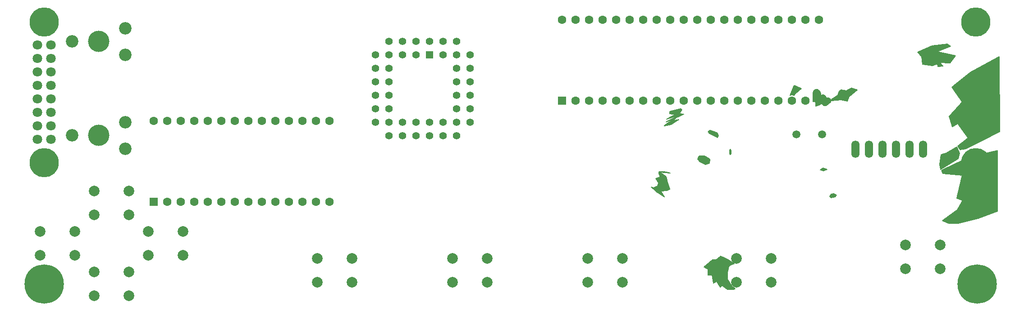
<source format=gbr>
%TF.GenerationSoftware,KiCad,Pcbnew,9.0.0*%
%TF.CreationDate,2025-03-31T18:37:57+02:00*%
%TF.ProjectId,servicetastatur,73657276-6963-4657-9461-737461747572,rev?*%
%TF.SameCoordinates,Original*%
%TF.FileFunction,Soldermask,Bot*%
%TF.FilePolarity,Negative*%
%FSLAX46Y46*%
G04 Gerber Fmt 4.6, Leading zero omitted, Abs format (unit mm)*
G04 Created by KiCad (PCBNEW 9.0.0) date 2025-03-31 18:37:57*
%MOMM*%
%LPD*%
G01*
G04 APERTURE LIST*
G04 Aperture macros list*
%AMRoundRect*
0 Rectangle with rounded corners*
0 $1 Rounding radius*
0 $2 $3 $4 $5 $6 $7 $8 $9 X,Y pos of 4 corners*
0 Add a 4 corners polygon primitive as box body*
4,1,4,$2,$3,$4,$5,$6,$7,$8,$9,$2,$3,0*
0 Add four circle primitives for the rounded corners*
1,1,$1+$1,$2,$3*
1,1,$1+$1,$4,$5*
1,1,$1+$1,$6,$7*
1,1,$1+$1,$8,$9*
0 Add four rect primitives between the rounded corners*
20,1,$1+$1,$2,$3,$4,$5,0*
20,1,$1+$1,$4,$5,$6,$7,0*
20,1,$1+$1,$6,$7,$8,$9,0*
20,1,$1+$1,$8,$9,$2,$3,0*%
G04 Aperture macros list end*
%ADD10C,0.150000*%
%ADD11C,2.000000*%
%ADD12C,1.500000*%
%ADD13RoundRect,0.250000X0.550000X-0.550000X0.550000X0.550000X-0.550000X0.550000X-0.550000X-0.550000X0*%
%ADD14C,1.600000*%
%ADD15O,1.524000X3.250000*%
%ADD16C,4.000000*%
%ADD17C,2.340000*%
%ADD18R,1.422400X1.422400*%
%ADD19C,1.422400*%
%ADD20C,7.400000*%
%ADD21C,1.800000*%
%ADD22C,5.500000*%
G04 APERTURE END LIST*
D10*
X146812000Y-48514000D02*
X146812000Y-49149000D01*
X146685000Y-49276000D01*
X146558000Y-49022000D01*
X146558000Y-48514000D01*
X146685000Y-48260000D01*
X146812000Y-48514000D01*
G36*
X146812000Y-48514000D02*
G01*
X146812000Y-49149000D01*
X146685000Y-49276000D01*
X146558000Y-49022000D01*
X146558000Y-48514000D01*
X146685000Y-48260000D01*
X146812000Y-48514000D01*
G37*
X146304000Y-69088000D02*
X147447000Y-69900800D01*
X146862800Y-70002400D01*
X146431000Y-70408800D01*
X146177000Y-71501000D01*
X146177000Y-72771000D01*
X147015200Y-74117200D01*
X147574000Y-74523600D01*
X147320000Y-74676000D01*
X146177000Y-74676000D01*
X145161000Y-73914000D01*
X144780000Y-74295000D01*
X144145000Y-73152000D01*
X143510000Y-73533000D01*
X143256000Y-72009000D01*
X142494000Y-72009000D01*
X142494000Y-70866000D01*
X141732000Y-70485000D01*
X143383000Y-69088000D01*
X144018000Y-69088000D01*
X144907000Y-68453000D01*
X146304000Y-69088000D01*
G36*
X146304000Y-69088000D02*
G01*
X147447000Y-69900800D01*
X146862800Y-70002400D01*
X146431000Y-70408800D01*
X146177000Y-71501000D01*
X146177000Y-72771000D01*
X147015200Y-74117200D01*
X147574000Y-74523600D01*
X147320000Y-74676000D01*
X146177000Y-74676000D01*
X145161000Y-73914000D01*
X144780000Y-74295000D01*
X144145000Y-73152000D01*
X143510000Y-73533000D01*
X143256000Y-72009000D01*
X142494000Y-72009000D01*
X142494000Y-70866000D01*
X141732000Y-70485000D01*
X143383000Y-69088000D01*
X144018000Y-69088000D01*
X144907000Y-68453000D01*
X146304000Y-69088000D01*
G37*
X189738000Y-49022000D02*
X189484000Y-50038000D01*
X186182000Y-52070000D01*
X186055000Y-51181000D01*
X186309000Y-49276000D01*
X187198000Y-49022000D01*
X189230000Y-47879000D01*
X189738000Y-49022000D01*
G36*
X189738000Y-49022000D02*
G01*
X189484000Y-50038000D01*
X186182000Y-52070000D01*
X186055000Y-51181000D01*
X186309000Y-49276000D01*
X187198000Y-49022000D01*
X189230000Y-47879000D01*
X189738000Y-49022000D01*
G37*
X160020000Y-36830000D02*
X158902400Y-37795200D01*
X158699200Y-38150800D01*
X158292800Y-37998400D01*
X157937200Y-38100000D01*
X158242000Y-37266008D01*
X158699200Y-36271200D01*
X160020000Y-36830000D01*
G36*
X160020000Y-36830000D02*
G01*
X158902400Y-37795200D01*
X158699200Y-38150800D01*
X158292800Y-37998400D01*
X157937200Y-38100000D01*
X158242000Y-37266008D01*
X158699200Y-36271200D01*
X160020000Y-36830000D01*
G37*
X166624000Y-56896000D02*
X166370000Y-57277000D01*
X165608000Y-57404000D01*
X165354000Y-57150000D01*
X165608000Y-56769000D01*
X166116000Y-56642000D01*
X166624000Y-56896000D01*
G36*
X166624000Y-56896000D02*
G01*
X166370000Y-57277000D01*
X165608000Y-57404000D01*
X165354000Y-57150000D01*
X165608000Y-56769000D01*
X166116000Y-56642000D01*
X166624000Y-56896000D01*
G37*
X197256400Y-45008800D02*
X190906400Y-48209200D01*
X189839600Y-48361600D01*
X189433200Y-47650400D01*
X191389594Y-46156792D01*
X189400453Y-43437460D01*
X188391800Y-44018200D01*
X187782200Y-42113200D01*
X190296800Y-39370000D01*
X188290200Y-36601400D01*
X191820800Y-33782000D01*
X197231000Y-30861000D01*
X197256400Y-45008800D01*
G36*
X197256400Y-45008800D02*
G01*
X190906400Y-48209200D01*
X189839600Y-48361600D01*
X189433200Y-47650400D01*
X191389594Y-46156792D01*
X189400453Y-43437460D01*
X188391800Y-44018200D01*
X187782200Y-42113200D01*
X190296800Y-39370000D01*
X188290200Y-36601400D01*
X191820800Y-33782000D01*
X197231000Y-30861000D01*
X197256400Y-45008800D01*
G37*
X164846000Y-52070000D02*
X164211000Y-52324000D01*
X163576000Y-52197000D01*
X164084000Y-51816000D01*
X164846000Y-52070000D01*
G36*
X164846000Y-52070000D02*
G01*
X164211000Y-52324000D01*
X163576000Y-52197000D01*
X164084000Y-51816000D01*
X164846000Y-52070000D01*
G37*
X188087000Y-28879800D02*
X185521600Y-29921200D01*
X188950600Y-30683200D01*
X187937140Y-31986220D01*
X186029600Y-31902400D01*
X186626500Y-32613600D01*
X185724800Y-32715200D01*
X185623200Y-32156400D01*
X184683400Y-32537400D01*
X182803800Y-32232600D01*
X182626000Y-30810200D01*
X181914800Y-29972000D01*
X184556400Y-28829000D01*
X187426600Y-28448000D01*
X188087000Y-28879800D01*
G36*
X188087000Y-28879800D02*
G01*
X185521600Y-29921200D01*
X188950600Y-30683200D01*
X187937140Y-31986220D01*
X186029600Y-31902400D01*
X186626500Y-32613600D01*
X185724800Y-32715200D01*
X185623200Y-32156400D01*
X184683400Y-32537400D01*
X182803800Y-32232600D01*
X182626000Y-30810200D01*
X181914800Y-29972000D01*
X184556400Y-28829000D01*
X187426600Y-28448000D01*
X188087000Y-28879800D01*
G37*
X196850000Y-59918600D02*
X193217800Y-61341000D01*
X189534800Y-62230000D01*
X187756800Y-62280800D01*
X186537600Y-61696600D01*
X189357000Y-59664600D01*
X190347600Y-57912000D01*
X189280800Y-57531000D01*
X190296800Y-53187600D01*
X186588400Y-52857400D01*
X186385200Y-52273200D01*
X191516000Y-49784000D01*
X196824600Y-48488600D01*
X196850000Y-59918600D01*
G36*
X196850000Y-59918600D02*
G01*
X193217800Y-61341000D01*
X189534800Y-62230000D01*
X187756800Y-62280800D01*
X186537600Y-61696600D01*
X189357000Y-59664600D01*
X190347600Y-57912000D01*
X189280800Y-57531000D01*
X190296800Y-53187600D01*
X186588400Y-52857400D01*
X186385200Y-52273200D01*
X191516000Y-49784000D01*
X196824600Y-48488600D01*
X196850000Y-59918600D01*
G37*
X163525200Y-37338000D02*
X163677600Y-37744400D01*
X163677600Y-38100000D01*
X164185600Y-37998400D01*
X164642800Y-38303200D01*
X164693600Y-38658800D01*
X165201600Y-38608000D01*
X165557200Y-38892480D01*
X165557200Y-39370000D01*
X164998400Y-39827200D01*
X164693600Y-40081200D01*
X164236400Y-40081200D01*
X163830000Y-39624000D01*
X163474400Y-39928800D01*
X162763200Y-40182800D01*
X162814000Y-39166800D01*
X162458400Y-39319200D01*
X162204400Y-39268400D01*
X162204400Y-37795200D01*
X162356800Y-37388800D01*
X162661600Y-36982400D01*
X163068000Y-36982400D01*
X163525200Y-37338000D01*
G36*
X163525200Y-37338000D02*
G01*
X163677600Y-37744400D01*
X163677600Y-38100000D01*
X164185600Y-37998400D01*
X164642800Y-38303200D01*
X164693600Y-38658800D01*
X165201600Y-38608000D01*
X165557200Y-38892480D01*
X165557200Y-39370000D01*
X164998400Y-39827200D01*
X164693600Y-40081200D01*
X164236400Y-40081200D01*
X163830000Y-39624000D01*
X163474400Y-39928800D01*
X162763200Y-40182800D01*
X162814000Y-39166800D01*
X162458400Y-39319200D01*
X162204400Y-39268400D01*
X162204400Y-37795200D01*
X162356800Y-37388800D01*
X162661600Y-36982400D01*
X163068000Y-36982400D01*
X163525200Y-37338000D01*
G37*
X137617200Y-40843200D02*
X137058400Y-41554400D01*
X137922000Y-41656000D01*
X136499600Y-42367200D01*
X135890000Y-42926000D01*
X137007600Y-42722800D01*
X135585200Y-43637200D01*
X134264400Y-43891200D01*
X134620000Y-43572162D01*
X135991600Y-42722800D01*
X134670800Y-43129200D01*
X137007600Y-41960800D01*
X134721600Y-42570400D01*
X136347200Y-41757600D01*
X135280400Y-41554400D01*
X135280400Y-41198800D01*
X137312400Y-40640000D01*
X137617200Y-40843200D01*
G36*
X137617200Y-40843200D02*
G01*
X137058400Y-41554400D01*
X137922000Y-41656000D01*
X136499600Y-42367200D01*
X135890000Y-42926000D01*
X137007600Y-42722800D01*
X135585200Y-43637200D01*
X134264400Y-43891200D01*
X134620000Y-43572162D01*
X135991600Y-42722800D01*
X134670800Y-43129200D01*
X137007600Y-41960800D01*
X134721600Y-42570400D01*
X136347200Y-41757600D01*
X135280400Y-41554400D01*
X135280400Y-41198800D01*
X137312400Y-40640000D01*
X137617200Y-40843200D01*
G37*
X135382000Y-52730400D02*
X133451600Y-52578000D01*
X134670800Y-53441600D01*
X134874000Y-54559200D01*
X135331200Y-55829200D01*
X134772400Y-56083200D01*
X133604000Y-56184800D01*
X134315200Y-57251600D01*
X132842000Y-56286400D01*
X131876800Y-55422800D01*
X132283200Y-55524400D01*
X132994400Y-55219600D01*
X133197600Y-54660800D01*
X132689600Y-53746400D01*
X133502400Y-53543200D01*
X133299200Y-52882800D01*
X133299200Y-52476400D01*
X134264400Y-52476400D01*
X135382000Y-52730400D01*
G36*
X135382000Y-52730400D02*
G01*
X133451600Y-52578000D01*
X134670800Y-53441600D01*
X134874000Y-54559200D01*
X135331200Y-55829200D01*
X134772400Y-56083200D01*
X133604000Y-56184800D01*
X134315200Y-57251600D01*
X132842000Y-56286400D01*
X131876800Y-55422800D01*
X132283200Y-55524400D01*
X132994400Y-55219600D01*
X133197600Y-54660800D01*
X132689600Y-53746400D01*
X133502400Y-53543200D01*
X133299200Y-52882800D01*
X133299200Y-52476400D01*
X134264400Y-52476400D01*
X135382000Y-52730400D01*
G37*
X170561000Y-37084000D02*
X169037000Y-38354000D01*
X168656000Y-39243000D01*
X167513000Y-38989000D01*
X165684200Y-39119629D01*
X165684200Y-38892480D01*
X166928800Y-38150800D01*
X167132000Y-37338000D01*
X167513000Y-37084000D01*
X168529000Y-37287200D01*
X169418000Y-36779200D01*
X170561000Y-37084000D01*
G36*
X170561000Y-37084000D02*
G01*
X169037000Y-38354000D01*
X168656000Y-39243000D01*
X167513000Y-38989000D01*
X165684200Y-39119629D01*
X165684200Y-38892480D01*
X166928800Y-38150800D01*
X167132000Y-37338000D01*
X167513000Y-37084000D01*
X168529000Y-37287200D01*
X169418000Y-36779200D01*
X170561000Y-37084000D01*
G37*
X142875000Y-50165000D02*
X142748000Y-50927000D01*
X141986000Y-51181000D01*
X140970000Y-50673000D01*
X140589000Y-50165000D01*
X140843000Y-49530000D01*
X141859000Y-49530000D01*
X142875000Y-50165000D01*
G36*
X142875000Y-50165000D02*
G01*
X142748000Y-50927000D01*
X141986000Y-51181000D01*
X140970000Y-50673000D01*
X140589000Y-50165000D01*
X140843000Y-49530000D01*
X141859000Y-49530000D01*
X142875000Y-50165000D01*
G37*
X143637000Y-44958000D02*
X144272000Y-45212000D01*
X144399000Y-45593000D01*
X144462500Y-45720000D01*
X144295812Y-46053375D01*
X142748000Y-45339000D01*
X142494000Y-44958000D01*
X142875000Y-44704000D01*
X143637000Y-44958000D01*
G36*
X143637000Y-44958000D02*
G01*
X144272000Y-45212000D01*
X144399000Y-45593000D01*
X144462500Y-45720000D01*
X144295812Y-46053375D01*
X142748000Y-45339000D01*
X142494000Y-44958000D01*
X142875000Y-44704000D01*
X143637000Y-44958000D01*
G37*
D11*
%TO.C,SW2*%
X37390000Y-63790000D03*
X43890000Y-63790000D03*
X37390000Y-68290000D03*
X43890000Y-68290000D03*
%TD*%
D12*
%TO.C,Y1*%
X163957000Y-45466000D03*
X159077000Y-45466000D03*
%TD*%
D13*
%TO.C,U3*%
X38354000Y-58166000D03*
D14*
X40894000Y-58166000D03*
X43434000Y-58166000D03*
X45974000Y-58166000D03*
X48514000Y-58166000D03*
X51054000Y-58166000D03*
X53594000Y-58166000D03*
X56134000Y-58166000D03*
X58674000Y-58166000D03*
X61214000Y-58166000D03*
X63754000Y-58166000D03*
X66294000Y-58166000D03*
X68834000Y-58166000D03*
X71374000Y-58166000D03*
X71374000Y-42926000D03*
X68834000Y-42926000D03*
X66294000Y-42926000D03*
X63754000Y-42926000D03*
X61214000Y-42926000D03*
X58674000Y-42926000D03*
X56134000Y-42926000D03*
X53594000Y-42926000D03*
X51054000Y-42926000D03*
X48514000Y-42926000D03*
X45974000Y-42926000D03*
X43434000Y-42926000D03*
X40894000Y-42926000D03*
X38354000Y-42926000D03*
%TD*%
D11*
%TO.C,SW3*%
X119940000Y-68870000D03*
X126440000Y-68870000D03*
X119940000Y-73370000D03*
X126440000Y-73370000D03*
%TD*%
%TO.C,SW7*%
X27230000Y-56170000D03*
X33730000Y-56170000D03*
X27230000Y-60670000D03*
X33730000Y-60670000D03*
%TD*%
%TO.C,SW5*%
X17070000Y-63790000D03*
X23570000Y-63790000D03*
X17070000Y-68290000D03*
X23570000Y-68290000D03*
%TD*%
D15*
%TO.C,J3*%
X170180000Y-48260000D03*
X172720000Y-48260000D03*
X175260000Y-48260000D03*
X177800000Y-48260000D03*
X180340000Y-48260000D03*
X182880000Y-48260000D03*
%TD*%
D16*
%TO.C,RV2*%
X28020000Y-27980000D03*
D17*
X33020000Y-25480000D03*
X23020000Y-27980000D03*
X33020000Y-30480000D03*
%TD*%
D11*
%TO.C,SW9*%
X94540000Y-68870000D03*
X101040000Y-68870000D03*
X94540000Y-73370000D03*
X101040000Y-73370000D03*
%TD*%
D18*
%TO.C,U11*%
X90170000Y-30480000D03*
D19*
X87630000Y-27940000D03*
X87630000Y-30480000D03*
X85090000Y-27940000D03*
X85090000Y-30480000D03*
X82550000Y-27940000D03*
X80010000Y-30480000D03*
X82550000Y-30480000D03*
X80010000Y-33020000D03*
X82550000Y-33020000D03*
X80010000Y-35560000D03*
X82550000Y-35560000D03*
X80010000Y-38100000D03*
X82550000Y-38100000D03*
X80010000Y-40640000D03*
X82550000Y-40640000D03*
X80010000Y-43180000D03*
X82550000Y-45720000D03*
X82550000Y-43180000D03*
X85090000Y-45720000D03*
X85090000Y-43180000D03*
X87630000Y-45720000D03*
X87630000Y-43180000D03*
X90170000Y-45720000D03*
X90170000Y-43180000D03*
X92710000Y-45720000D03*
X92710000Y-43180000D03*
X95250000Y-45720000D03*
X97790000Y-43180000D03*
X95250000Y-43180000D03*
X97790000Y-40640000D03*
X95250000Y-40640000D03*
X97790000Y-38100000D03*
X95250000Y-38100000D03*
X97790000Y-35560000D03*
X95250000Y-35560000D03*
X97790000Y-33020000D03*
X95250000Y-33020000D03*
X97790000Y-30480000D03*
X95250000Y-27940000D03*
X95250000Y-30480000D03*
X92710000Y-27940000D03*
X92710000Y-30480000D03*
X90170000Y-27940000D03*
%TD*%
D20*
%TO.C,H2*%
X193040000Y-73660000D03*
%TD*%
D16*
%TO.C,RV1*%
X28020000Y-45680000D03*
D17*
X33020000Y-43180000D03*
X23020000Y-45680000D03*
X33020000Y-48180000D03*
%TD*%
D21*
%TO.C,J2*%
X19050000Y-46440000D03*
X16510000Y-46440000D03*
X19050000Y-43900000D03*
X16510000Y-43900000D03*
X19050000Y-41360000D03*
X16510000Y-41360000D03*
X19050000Y-38820000D03*
X16510000Y-38820000D03*
X19050000Y-36280000D03*
X16510000Y-36280000D03*
X19050000Y-33740000D03*
X16510000Y-33740000D03*
X19050000Y-31200000D03*
X16510000Y-31200000D03*
X19050000Y-28660000D03*
X16510000Y-28660000D03*
D22*
X17780000Y-24300000D03*
X17780000Y-50800000D03*
X192780000Y-24300000D03*
X192780000Y-50800000D03*
%TD*%
D11*
%TO.C,SW6*%
X69140000Y-68870000D03*
X75640000Y-68870000D03*
X69140000Y-73370000D03*
X75640000Y-73370000D03*
%TD*%
%TO.C,SW1*%
X179630000Y-66330000D03*
X186130000Y-66330000D03*
X179630000Y-70830000D03*
X186130000Y-70830000D03*
%TD*%
D20*
%TO.C,H1*%
X17780000Y-73660000D03*
%TD*%
D11*
%TO.C,SW4*%
X147880000Y-68870000D03*
X154380000Y-68870000D03*
X147880000Y-73370000D03*
X154380000Y-73370000D03*
%TD*%
%TO.C,SW8*%
X27230000Y-71410000D03*
X33730000Y-71410000D03*
X27230000Y-75910000D03*
X33730000Y-75910000D03*
%TD*%
D13*
%TO.C,U1*%
X115062000Y-39116000D03*
D14*
X117602000Y-39116000D03*
X120142000Y-39116000D03*
X122682000Y-39116000D03*
X125222000Y-39116000D03*
X127762000Y-39116000D03*
X130302000Y-39116000D03*
X132842000Y-39116000D03*
X135382000Y-39116000D03*
X137922000Y-39116000D03*
X140462000Y-39116000D03*
X143002000Y-39116000D03*
X145542000Y-39116000D03*
X148082000Y-39116000D03*
X150622000Y-39116000D03*
X153162000Y-39116000D03*
X155702000Y-39116000D03*
X158242000Y-39116000D03*
X160782000Y-39116000D03*
X163322000Y-39116000D03*
X163322000Y-23876000D03*
X160782000Y-23876000D03*
X158242000Y-23876000D03*
X155702000Y-23876000D03*
X153162000Y-23876000D03*
X150622000Y-23876000D03*
X148082000Y-23876000D03*
X145542000Y-23876000D03*
X143002000Y-23876000D03*
X140462000Y-23876000D03*
X137922000Y-23876000D03*
X135382000Y-23876000D03*
X132842000Y-23876000D03*
X130302000Y-23876000D03*
X127762000Y-23876000D03*
X125222000Y-23876000D03*
X122682000Y-23876000D03*
X120142000Y-23876000D03*
X117602000Y-23876000D03*
X115062000Y-23876000D03*
%TD*%
M02*

</source>
